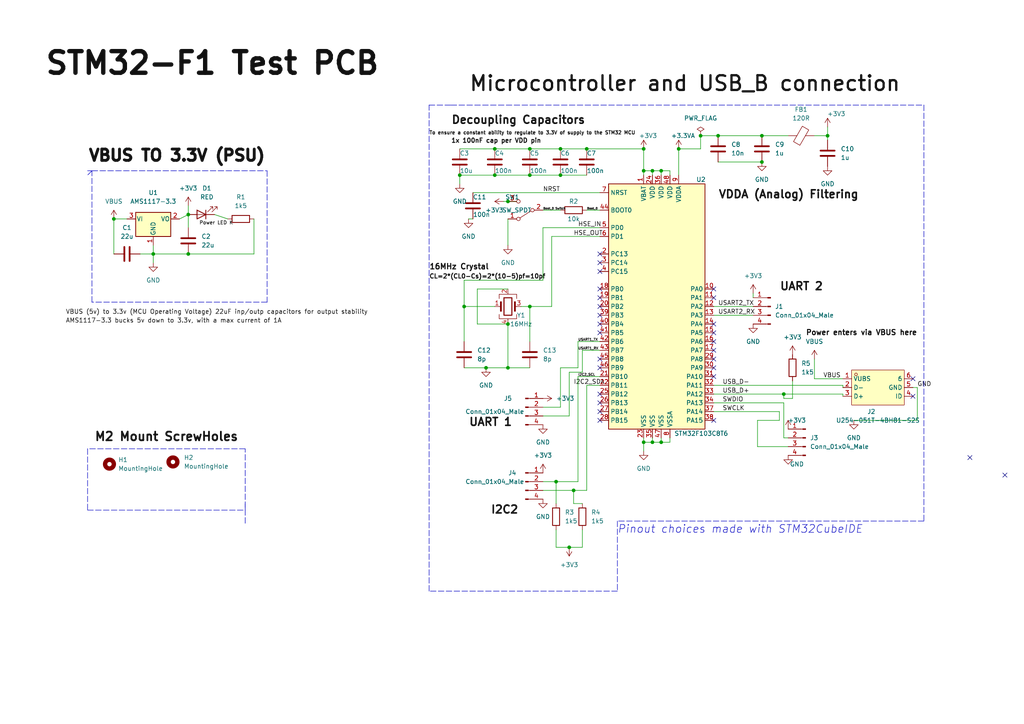
<source format=kicad_sch>
(kicad_sch (version 20211123) (generator eeschema)
  (paper "A4")
  (title_block (title "STM32-F1 Test PCB") (date "2024-03-26") (rev "0.1") (company "Evan D"))
  (lib_symbols
    (symbol "Connector:Conn_01x04_Male" (pin_names (offset 1.016) hide)
      (property "Reference" "J" (at 0 5.08 0))
      (property "Value" "Conn_01x04_Male" (at 0 -7.62 0))
      (symbol "Conn_01x04_Male_1_1"
        (polyline (pts (xy 1.27 -5.08) (xy 0.8636 -5.08)) (stroke (width 0.1524)))
        (polyline (pts (xy 1.27 -2.54) (xy 0.8636 -2.54)) (stroke (width 0.1524)))
        (polyline (pts (xy 1.27 0) (xy 0.8636 0)) (stroke (width 0.1524)))
        (polyline (pts (xy 1.27 2.54) (xy 0.8636 2.54)) (stroke (width 0.1524)))
        (rectangle (start 0.8636 -4.953) (end 0 -5.207) (stroke (width 0.1524)) (fill (type outline)))
        (rectangle (start 0.8636 -2.413) (end 0 -2.667) (stroke (width 0.1524)) (fill (type outline)))
        (rectangle (start 0.8636 0.127) (end 0 -0.127) (stroke (width 0.1524)) (fill (type outline)))
        (rectangle (start 0.8636 2.667) (end 0 2.413) (stroke (width 0.1524)) (fill (type outline)))
        (pin passive line (at 5.08 2.54 180) (length 3.81) (name "Pin_1") (number "1"))
        (pin passive line (at 5.08 0 180) (length 3.81) (name "Pin_2") (number "2"))
        (pin passive line (at 5.08 -2.54 180) (length 3.81) (name "Pin_3") (number "3"))
        (pin passive line (at 5.08 -5.08 180) (length 3.81) (name "Pin_4") (number "4"))
      )
    )
    (symbol "Device:C" (pin_numbers hide) (pin_names (offset 0.254))
      (property "Reference" "C" (at 0.635 2.54 0))
      (property "Value" "C" (at 0.635 -2.54 0))
      (symbol "C_0_1"
        (polyline (pts (xy -2.032 -0.762) (xy 2.032 -0.762)) (stroke (width 0.508)))
        (polyline (pts (xy -2.032 0.762) (xy 2.032 0.762)) (stroke (width 0.508)))
      )
      (symbol "C_1_1"
        (pin passive line (at 0 3.81 270) (length 2.794) (name "~") (number "1"))
        (pin passive line (at 0 -3.81 90) (length 2.794) (name "~") (number "2"))
      )
    )
    (symbol "Device:Crystal_GND24" (pin_names (offset 1.016) hide)
      (property "Reference" "Y" (at 3.175 5.08 0))
      (property "Value" "Crystal_GND24" (at 3.175 3.175 0))
      (symbol "Crystal_GND24_0_1"
        (rectangle (start -1.143 2.54) (end 1.143 -2.54) (stroke (width 0.3048)))
        (polyline (pts (xy -2.54 0) (xy -2.032 0)))
        (polyline (pts (xy -2.032 -1.27) (xy -2.032 1.27)) (stroke (width 0.508)))
        (polyline (pts (xy 0 -3.81) (xy 0 -3.556)))
        (polyline (pts (xy 0 3.556) (xy 0 3.81)))
        (polyline (pts (xy 2.032 -1.27) (xy 2.032 1.27)) (stroke (width 0.508)))
        (polyline (pts (xy 2.032 0) (xy 2.54 0)))
        (polyline (pts (xy -2.54 -2.286) (xy -2.54 -3.556) (xy 2.54 -3.556) (xy 2.54 -2.286)))
        (polyline (pts (xy -2.54 2.286) (xy -2.54 3.556) (xy 2.54 3.556) (xy 2.54 2.286)))
      )
      (symbol "Crystal_GND24_1_1"
        (pin passive line (at -3.81 0 0) (length 1.27) (name "1") (number "1"))
        (pin passive line (at 0 5.08 270) (length 1.27) (name "2") (number "2"))
        (pin passive line (at 3.81 0 180) (length 1.27) (name "3") (number "3"))
        (pin passive line (at 0 -5.08 90) (length 1.27) (name "4") (number "4"))
      )
    )
    (symbol "Device:FerriteBead" (pin_numbers hide) (pin_names (offset 0))
      (property "Reference" "FB" (at -3.81 0.635 90))
      (property "Value" "FerriteBead" (at 3.81 0 90))
      (symbol "FerriteBead_0_1"
        (polyline (pts (xy 0 -1.27) (xy 0 -1.2192)))
        (polyline (pts (xy 0 1.27) (xy 0 1.2954)))
        (polyline (pts (xy -2.7686 0.4064) (xy -1.7018 2.2606) (xy 2.7686 -0.3048) (xy 1.6764 -2.159) (xy -2.7686 0.4064)))
      )
      (symbol "FerriteBead_1_1"
        (pin passive line (at 0 3.81 270) (length 2.54) (name "~") (number "1"))
        (pin passive line (at 0 -3.81 90) (length 2.54) (name "~") (number "2"))
      )
    )
    (symbol "Device:LED" (pin_numbers hide) (pin_names (offset 1.016) hide)
      (property "Reference" "D" (at 0 2.54 0))
      (property "Value" "LED" (at 0 -2.54 0))
      (symbol "LED_0_1"
        (polyline (pts (xy -1.27 -1.27) (xy -1.27 1.27)) (stroke (width 0.254)))
        (polyline (pts (xy -1.27 0) (xy 1.27 0)))
        (polyline (pts (xy 1.27 -1.27) (xy 1.27 1.27) (xy -1.27 0) (xy 1.27 -1.27)) (stroke (width 0.254)))
        (polyline (pts (xy -3.048 -0.762) (xy -4.572 -2.286) (xy -3.81 -2.286) (xy -4.572 -2.286) (xy -4.572 -1.524)))
        (polyline (pts (xy -1.778 -0.762) (xy -3.302 -2.286) (xy -2.54 -2.286) (xy -3.302 -2.286) (xy -3.302 -1.524)))
      )
      (symbol "LED_1_1"
        (pin passive line (at -3.81 0 0) (length 2.54) (name "K") (number "1"))
        (pin passive line (at 3.81 0 180) (length 2.54) (name "A") (number "2"))
      )
    )
    (symbol "Device:R" (pin_numbers hide) (pin_names (offset 0))
      (property "Reference" "R" (at 2.032 0 90))
      (property "Value" "R" (at 0 0 90))
      (symbol "R_0_1"
        (rectangle (start -1.016 -2.54) (end 1.016 2.54) (stroke (width 0.254)))
      )
      (symbol "R_1_1"
        (pin passive line (at 0 3.81 270) (length 1.27) (name "~") (number "1"))
        (pin passive line (at 0 -3.81 90) (length 1.27) (name "~") (number "2"))
      )
    )
    (symbol "MCU_ST_STM32F1:STM32F103C8Tx"
      (property "Reference" "U" (at -15.24 36.83 0))
      (property "Value" "STM32F103C8Tx" (at 7.62 36.83 0))
      (symbol "STM32F103C8Tx_0_1"
        (rectangle (start -15.24 -35.56) (end 12.7 35.56) (stroke (width 0.254)) (fill (type background)))
      )
      (symbol "STM32F103C8Tx_1_1"
        (pin power_in line (at -5.08 38.1 270) (length 2.54) (name "VBAT") (number "1"))
        (pin bidirectional line (at 15.24 5.08 180) (length 2.54) (name "PA0") (number "10"))
        (pin bidirectional line (at 15.24 2.54 180) (length 2.54) (name "PA1") (number "11"))
        (pin bidirectional line (at 15.24 0 180) (length 2.54) (name "PA2") (number "12"))
        (pin bidirectional line (at 15.24 -2.54 180) (length 2.54) (name "PA3") (number "13"))
        (pin bidirectional line (at 15.24 -5.08 180) (length 2.54) (name "PA4") (number "14"))
        (pin bidirectional line (at 15.24 -7.62 180) (length 2.54) (name "PA5") (number "15"))
        (pin bidirectional line (at 15.24 -10.16 180) (length 2.54) (name "PA6") (number "16"))
        (pin bidirectional line (at 15.24 -12.7 180) (length 2.54) (name "PA7") (number "17"))
        (pin bidirectional line (at -17.78 5.08 0) (length 2.54) (name "PB0") (number "18"))
        (pin bidirectional line (at -17.78 2.54 0) (length 2.54) (name "PB1") (number "19"))
        (pin bidirectional line (at -17.78 15.24 0) (length 2.54) (name "PC13") (number "2"))
        (pin bidirectional line (at -17.78 0 0) (length 2.54) (name "PB2") (number "20"))
        (pin bidirectional line (at -17.78 -20.32 0) (length 2.54) (name "PB10") (number "21"))
        (pin bidirectional line (at -17.78 -22.86 0) (length 2.54) (name "PB11") (number "22"))
        (pin power_in line (at -5.08 -38.1 90) (length 2.54) (name "VSS") (number "23"))
        (pin power_in line (at -2.54 38.1 270) (length 2.54) (name "VDD") (number "24"))
        (pin bidirectional line (at -17.78 -25.4 0) (length 2.54) (name "PB12") (number "25"))
        (pin bidirectional line (at -17.78 -27.94 0) (length 2.54) (name "PB13") (number "26"))
        (pin bidirectional line (at -17.78 -30.48 0) (length 2.54) (name "PB14") (number "27"))
        (pin bidirectional line (at -17.78 -33.02 0) (length 2.54) (name "PB15") (number "28"))
        (pin bidirectional line (at 15.24 -15.24 180) (length 2.54) (name "PA8") (number "29"))
        (pin bidirectional line (at -17.78 12.7 0) (length 2.54) (name "PC14") (number "3"))
        (pin bidirectional line (at 15.24 -17.78 180) (length 2.54) (name "PA9") (number "30"))
        (pin bidirectional line (at 15.24 -20.32 180) (length 2.54) (name "PA10") (number "31"))
        (pin bidirectional line (at 15.24 -22.86 180) (length 2.54) (name "PA11") (number "32"))
        (pin bidirectional line (at 15.24 -25.4 180) (length 2.54) (name "PA12") (number "33"))
        (pin bidirectional line (at 15.24 -27.94 180) (length 2.54) (name "PA13") (number "34"))
        (pin power_in line (at -2.54 -38.1 90) (length 2.54) (name "VSS") (number "35"))
        (pin power_in line (at 0 38.1 270) (length 2.54) (name "VDD") (number "36"))
        (pin bidirectional line (at 15.24 -30.48 180) (length 2.54) (name "PA14") (number "37"))
        (pin bidirectional line (at 15.24 -33.02 180) (length 2.54) (name "PA15") (number "38"))
        (pin bidirectional line (at -17.78 -2.54 0) (length 2.54) (name "PB3") (number "39"))
        (pin bidirectional line (at -17.78 10.16 0) (length 2.54) (name "PC15") (number "4"))
        (pin bidirectional line (at -17.78 -5.08 0) (length 2.54) (name "PB4") (number "40"))
        (pin bidirectional line (at -17.78 -7.62 0) (length 2.54) (name "PB5") (number "41"))
        (pin bidirectional line (at -17.78 -10.16 0) (length 2.54) (name "PB6") (number "42"))
        (pin bidirectional line (at -17.78 -12.7 0) (length 2.54) (name "PB7") (number "43"))
        (pin input line (at -17.78 27.94 0) (length 2.54) (name "BOOT0") (number "44"))
        (pin bidirectional line (at -17.78 -15.24 0) (length 2.54) (name "PB8") (number "45"))
        (pin bidirectional line (at -17.78 -17.78 0) (length 2.54) (name "PB9") (number "46"))
        (pin power_in line (at 0 -38.1 90) (length 2.54) (name "VSS") (number "47"))
        (pin power_in line (at 2.54 38.1 270) (length 2.54) (name "VDD") (number "48"))
        (pin input line (at -17.78 22.86 0) (length 2.54) (name "PD0") (number "5"))
        (pin input line (at -17.78 20.32 0) (length 2.54) (name "PD1") (number "6"))
        (pin input line (at -17.78 33.02 0) (length 2.54) (name "NRST") (number "7"))
        (pin power_in line (at 2.54 -38.1 90) (length 2.54) (name "VSSA") (number "8"))
        (pin power_in line (at 5.08 38.1 270) (length 2.54) (name "VDDA") (number "9"))
      )
    )
    (symbol "Mechanical:MountingHole" (pin_names (offset 1.016))
      (property "Reference" "H" (at 0 5.08 0))
      (property "Value" "MountingHole" (at 0 3.175 0))
      (symbol "MountingHole_0_1"
        (circle (center 0 0) (radius 1.27) (stroke (width 1.27)))
      )
    )
    (symbol "Regulator_Linear:AMS1117-3.3" (pin_names (offset 0.254))
      (property "Reference" "U" (at -3.81 3.175 0))
      (property "Value" "AMS1117-3.3" (at 0 3.175 0))
      (symbol "AMS1117-3.3_0_1"
        (rectangle (start -5.08 -5.08) (end 5.08 1.905) (stroke (width 0.254)) (fill (type background)))
      )
      (symbol "AMS1117-3.3_1_1"
        (pin power_in line (at 0 -7.62 90) (length 2.54) (name "GND") (number "1"))
        (pin power_out line (at 7.62 0 180) (length 2.54) (name "VO") (number "2"))
        (pin power_in line (at -7.62 0 0) (length 2.54) (name "VI") (number "3"))
      )
    )
    (symbol "Switch:SW_SPDT" (pin_names (offset 0) hide)
      (property "Reference" "SW" (at 0 4.318 0))
      (property "Value" "SW_SPDT" (at 0 -5.08 0))
      (symbol "SW_SPDT_0_0"
        (circle (center -2.032 0) (radius 0.508))
        (circle (center 2.032 -2.54) (radius 0.508))
      )
      (symbol "SW_SPDT_0_1"
        (polyline (pts (xy -1.524 0.254) (xy 1.651 2.286)))
        (circle (center 2.032 2.54) (radius 0.508))
      )
      (symbol "SW_SPDT_1_1"
        (pin passive line (at 5.08 2.54 180) (length 2.54) (name "A") (number "1"))
        (pin passive line (at -5.08 0 0) (length 2.54) (name "B") (number "2"))
        (pin passive line (at 5.08 -2.54 180) (length 2.54) (name "C") (number "3"))
      )
    )
    (symbol "easyeda2kicad:U254-051T-4BH81-S2S"
      (property "Reference" "USB" (at 0 7.62 0))
      (property "Value" "U254-051T-4BH81-S2S" (at 0 -7.62 0))
      (symbol "U254-051T-4BH81-S2S_0_1"
        (rectangle (start -7.62 5.08) (end 7.62 -5.08) (fill (type background)))
        (circle (center -6.35 3.81) (radius 0.38))
        (pin unspecified line (at -10.16 2.54 0) (length 2.54) (name "VUBS") (number "1"))
        (pin unspecified line (at -10.16 0 0) (length 2.54) (name "D-") (number "2"))
        (pin unspecified line (at -10.16 -2.54 0) (length 2.54) (name "D+") (number "3"))
        (pin unspecified line (at 10.16 -2.54 180) (length 2.54) (name "ID") (number "4"))
        (pin unspecified line (at 10.16 0 180) (length 2.54) (name "GND") (number "5"))
        (pin unspecified line (at 10.16 2.54 180) (length 2.54) (name "6") (number "6"))
      )
    )
    (symbol "power:+3.3V" (power) (pin_names (offset 0))
      (property "Value" "+3.3V" (at 0 3.556 0))
      (symbol "+3.3V_0_1"
        (polyline (pts (xy -0.762 1.27) (xy 0 2.54)))
        (polyline (pts (xy 0 0) (xy 0 2.54)))
        (polyline (pts (xy 0 2.54) (xy 0.762 1.27)))
      )
      (symbol "+3.3V_1_1"
        (pin power_in line (at 0 0 90) (length 0) hide (name "+3V3") (number "1"))
      )
    )
    (symbol "power:+3.3VA" (power) (pin_names (offset 0))
      (property "Value" "+3.3VA" (at 0 3.556 0))
      (symbol "+3.3VA_0_1"
        (polyline (pts (xy -0.762 1.27) (xy 0 2.54)))
        (polyline (pts (xy 0 0) (xy 0 2.54)))
        (polyline (pts (xy 0 2.54) (xy 0.762 1.27)))
      )
      (symbol "+3.3VA_1_1"
        (pin power_in line (at 0 0 90) (length 0) hide (name "+3.3VA") (number "1"))
      )
    )
    (symbol "power:GND" (power) (pin_names (offset 0))
      (property "Value" "GND" (at 0 -3.81 0))
      (symbol "GND_0_1"
        (polyline (pts (xy 0 0) (xy 0 -1.27) (xy 1.27 -1.27) (xy 0 -2.54) (xy -1.27 -1.27) (xy 0 -1.27)))
      )
      (symbol "GND_1_1"
        (pin power_in line (at 0 0 270) (length 0) hide (name "GND") (number "1"))
      )
    )
    (symbol "power:PWR_FLAG" (power) (pin_numbers hide) (pin_names (offset 0) hide)
      (property "Value" "PWR_FLAG" (at 0 3.81 0))
      (symbol "PWR_FLAG_0_0"
        (pin power_out line (at 0 0 90) (length 0) (name "pwr") (number "1"))
      )
      (symbol "PWR_FLAG_0_1"
        (polyline (pts (xy 0 0) (xy 0 1.27) (xy -1.016 1.905) (xy 0 2.54) (xy 1.016 1.905) (xy 0 1.27)))
      )
    )
    (symbol "power:VBUS" (power) (pin_names (offset 0))
      (property "Value" "VBUS" (at 0 3.81 0))
      (symbol "VBUS_0_1"
        (polyline (pts (xy -0.762 1.27) (xy 0 2.54)))
        (polyline (pts (xy 0 0) (xy 0 2.54)))
        (polyline (pts (xy 0 2.54) (xy 0.762 1.27)))
      )
      (symbol "VBUS_1_1"
        (pin power_in line (at 0 0 90) (length 0) hide (name "VBUS") (number "1"))
      )
    )
  )
  (junction (at 240.03 39.37))
  (junction (at 143.51 43.18))
  (junction (at 54.61 73.66))
  (junction (at 166.37 142.24))
  (junction (at 186.69 43.18))
  (junction (at 147.32 93.98))
  (junction (at 134.62 88.9))
  (junction (at 189.23 49.53))
  (junction (at 162.56 43.18))
  (junction (at 162.56 50.8))
  (junction (at 54.61 62.23))
  (junction (at 147.32 106.68))
  (junction (at 227.33 114.3))
  (junction (at 133.35 50.8))
  (junction (at 147.32 58.42))
  (junction (at 220.98 46.99))
  (junction (at 170.18 43.18))
  (junction (at 203.2 39.37))
  (junction (at 44.45 73.66))
  (junction (at 196.85 43.18))
  (junction (at 153.67 43.18))
  (junction (at 191.77 128.27))
  (junction (at 208.28 39.37))
  (junction (at 143.51 50.8))
  (junction (at 186.69 49.53))
  (junction (at 161.29 139.7))
  (junction (at 220.98 39.37))
  (junction (at 191.77 49.53))
  (junction (at 189.23 128.27))
  (junction (at 140.97 106.68))
  (junction (at 153.67 50.8))
  (junction (at 165.1 158.75))
  (junction (at 33.02 63.5))
  (junction (at 186.69 128.27))
  (junction (at 153.67 88.9))
  (no_connect (at 173.99 73.66))
  (no_connect (at 173.99 78.74))
  (no_connect (at 173.99 86.36))
  (no_connect (at 173.99 76.2))
  (no_connect (at 173.99 88.9))
  (no_connect (at 173.99 83.82))
  (no_connect (at 173.99 106.68))
  (no_connect (at 173.99 96.52))
  (no_connect (at 173.99 91.44))
  (no_connect (at 173.99 93.98))
  (no_connect (at 173.99 104.14))
  (no_connect (at 281.305 132.715))
  (no_connect (at 291.465 137.795))
  (no_connect (at 173.99 119.38))
  (no_connect (at 173.99 116.84))
  (no_connect (at 173.99 114.3))
  (no_connect (at 173.99 121.92))
  (no_connect (at 264.795 114.935))
  (no_connect (at 264.795 109.855))
  (no_connect (at 207.01 104.14))
  (no_connect (at 207.01 99.06))
  (no_connect (at 207.01 109.22))
  (no_connect (at 207.01 106.68))
  (no_connect (at 207.01 96.52))
  (no_connect (at 207.01 93.98))
  (no_connect (at 207.01 83.82))
  (no_connect (at 207.01 86.36))
  (no_connect (at 207.01 121.92))
  (no_connect (at 207.01 101.6))
  (wire (pts (xy 189.23 128.27) (xy 191.77 128.27)))
  (wire (pts (xy 170.18 111.76) (xy 170.18 142.24)))
  (wire (pts (xy 73.66 63.5) (xy 73.66 73.66)))
  (wire (pts (xy 161.29 153.67) (xy 161.29 158.75)))
  (wire (pts (xy 161.29 139.7) (xy 161.29 146.05)))
  (wire (pts (xy 143.51 43.18) (xy 153.67 43.18)))
  (wire (pts (xy 157.48 139.7) (xy 161.29 139.7)))
  (wire (pts (xy 166.37 142.24) (xy 166.37 146.05)))
  (wire (pts (xy 173.99 68.58) (xy 160.02 68.58)))
  (wire (pts (xy 186.69 49.53) (xy 189.23 49.53)))
  (polyline (pts (xy 267.97 30.48) (xy 267.97 151.13)))
  (wire (pts (xy 203.2 43.18) (xy 203.2 39.37)))
  (wire (pts (xy 207.01 88.9) (xy 218.44 88.9)))
  (wire (pts (xy 153.67 50.8) (xy 162.56 50.8)))
  (polyline (pts (xy 77.47 49.53) (xy 77.47 87.63)))
  (wire (pts (xy 52.07 63.5) (xy 54.61 62.23)))
  (polyline (pts (xy 71.12 146.05) (xy 71.12 147.955)))
  (wire (pts (xy 194.31 49.53) (xy 194.31 50.8)))
  (wire (pts (xy 153.67 43.18) (xy 162.56 43.18)))
  (wire (pts (xy 54.61 62.23) (xy 54.61 66.04)))
  (wire (pts (xy 207.01 111.76) (xy 244.475 111.76)))
  (wire (pts (xy 244.475 114.3) (xy 244.475 114.935)))
  (polyline (pts (xy 179.07 171.45) (xy 124.46 171.45)))
  (wire (pts (xy 207.01 114.3) (xy 227.33 114.3)))
  (wire (pts (xy 189.23 49.53) (xy 189.23 50.8)))
  (wire (pts (xy 227.33 114.3) (xy 227.33 115.57)))
  (wire (pts (xy 219.71 121.92) (xy 219.71 129.54)))
  (wire (pts (xy 161.29 158.75) (xy 165.1 158.75)))
  (wire (pts (xy 203.2 39.37) (xy 208.28 39.37)))
  (wire (pts (xy 264.795 112.395) (xy 266.065 112.395)))
  (wire (pts (xy 207.01 119.38) (xy 226.06 119.38)))
  (wire (pts (xy 218.44 85.09) (xy 218.44 86.36)))
  (wire (pts (xy 143.51 50.8) (xy 153.67 50.8)))
  (wire (pts (xy 168.91 107.95) (xy 165.1 107.95)))
  (wire (pts (xy 229.87 110.49) (xy 229.87 115.57)))
  (wire (pts (xy 196.85 43.18) (xy 203.2 43.18)))
  (wire (pts (xy 162.56 50.8) (xy 170.18 50.8)))
  (wire (pts (xy 189.23 127) (xy 189.23 128.27)))
  (polyline (pts (xy 77.47 87.63) (xy 26.67 87.63)))
  (wire (pts (xy 173.99 66.04) (xy 157.48 66.04)))
  (wire (pts (xy 138.43 83.82) (xy 138.43 93.98)))
  (wire (pts (xy 191.77 49.53) (xy 191.77 50.8)))
  (wire (pts (xy 44.45 73.66) (xy 54.61 73.66)))
  (wire (pts (xy 165.1 120.65) (xy 157.48 120.65)))
  (wire (pts (xy 161.29 139.7) (xy 167.64 139.7)))
  (wire (pts (xy 62.23 62.23) (xy 66.04 63.5)))
  (wire (pts (xy 173.99 111.76) (xy 170.18 111.76)))
  (wire (pts (xy 134.62 106.68) (xy 140.97 106.68)))
  (wire (pts (xy 36.83 63.5) (xy 33.02 63.5)))
  (wire (pts (xy 266.065 112.395) (xy 266.065 121.92)))
  (wire (pts (xy 133.35 50.8) (xy 133.35 53.34)))
  (wire (pts (xy 167.64 99.06) (xy 167.64 106.68)))
  (wire (pts (xy 240.03 40.64) (xy 240.03 39.37)))
  (wire (pts (xy 189.23 49.53) (xy 191.77 49.53)))
  (polyline (pts (xy 124.46 171.45) (xy 124.46 30.48)))
  (wire (pts (xy 186.69 127) (xy 186.69 128.27)))
  (wire (pts (xy 207.01 116.84) (xy 227.33 116.84)))
  (polyline (pts (xy 26.67 49.53) (xy 77.47 49.53)))
  (wire (pts (xy 165.1 158.75) (xy 168.91 158.75)))
  (polyline (pts (xy 25.4 147.955) (xy 71.12 147.955)))
  (wire (pts (xy 44.45 73.66) (xy 44.45 76.2)))
  (wire (pts (xy 166.37 146.05) (xy 168.91 146.05)))
  (wire (pts (xy 220.98 39.37) (xy 228.6 39.37)))
  (wire (pts (xy 166.37 142.24) (xy 170.18 142.24)))
  (wire (pts (xy 191.77 127) (xy 191.77 128.27)))
  (wire (pts (xy 208.28 46.99) (xy 220.98 46.99)))
  (polyline (pts (xy 26.67 87.63) (xy 26.67 49.53)))
  (wire (pts (xy 226.06 119.38) (xy 226.06 121.92)))
  (wire (pts (xy 196.85 43.18) (xy 196.85 50.8)))
  (wire (pts (xy 208.28 39.37) (xy 220.98 39.37)))
  (wire (pts (xy 153.67 88.9) (xy 153.67 99.06)))
  (wire (pts (xy 266.065 121.92) (xy 247.65 121.92)))
  (wire (pts (xy 186.69 43.18) (xy 186.69 49.53)))
  (wire (pts (xy 170.18 43.18) (xy 186.69 43.18)))
  (wire (pts (xy 194.31 127) (xy 194.31 128.27)))
  (wire (pts (xy 186.69 128.27) (xy 186.69 130.81)))
  (wire (pts (xy 44.45 71.12) (xy 44.45 73.66)))
  (wire (pts (xy 147.32 63.5) (xy 147.32 71.12)))
  (wire (pts (xy 147.32 106.68) (xy 153.67 106.68)))
  (wire (pts (xy 162.56 43.18) (xy 170.18 43.18)))
  (wire (pts (xy 173.99 99.06) (xy 167.64 99.06)))
  (wire (pts (xy 149.86 58.42) (xy 147.32 58.42)))
  (wire (pts (xy 138.43 93.98) (xy 147.32 93.98)))
  (wire (pts (xy 54.61 59.69) (xy 54.61 62.23)))
  (polyline (pts (xy 25.4 130.175) (xy 25.4 147.955)))
  (wire (pts (xy 160.02 68.58) (xy 160.02 88.9)))
  (wire (pts (xy 137.16 55.88) (xy 173.99 55.88)))
  (wire (pts (xy 236.22 109.855) (xy 236.22 104.14)))
  (wire (pts (xy 157.48 66.04) (xy 157.48 81.28)))
  (wire (pts (xy 244.475 111.76) (xy 244.475 112.395)))
  (wire (pts (xy 168.91 158.75) (xy 168.91 153.67)))
  (wire (pts (xy 162.56 106.68) (xy 162.56 118.11)))
  (wire (pts (xy 151.13 88.9) (xy 153.67 88.9)))
  (wire (pts (xy 244.475 109.855) (xy 236.22 109.855)))
  (wire (pts (xy 191.77 49.53) (xy 194.31 49.53)))
  (polyline (pts (xy 71.12 130.175) (xy 25.4 130.175)))
  (wire (pts (xy 133.35 43.18) (xy 143.51 43.18)))
  (wire (pts (xy 157.48 60.96) (xy 162.56 60.96)))
  (wire (pts (xy 227.33 127) (xy 228.6 127)))
  (wire (pts (xy 40.64 73.66) (xy 44.45 73.66)))
  (wire (pts (xy 147.32 58.42) (xy 146.05 58.42)))
  (wire (pts (xy 137.16 63.5) (xy 135.89 63.5)))
  (wire (pts (xy 138.43 83.82) (xy 147.32 83.82)))
  (wire (pts (xy 227.33 114.3) (xy 244.475 114.3)))
  (wire (pts (xy 162.56 118.11) (xy 157.48 118.11)))
  (wire (pts (xy 147.32 93.98) (xy 147.32 106.68)))
  (wire (pts (xy 236.22 39.37) (xy 240.03 39.37)))
  (wire (pts (xy 167.64 106.68) (xy 162.56 106.68)))
  (wire (pts (xy 207.01 91.44) (xy 218.44 91.44)))
  (wire (pts (xy 167.64 109.22) (xy 167.64 139.7)))
  (wire (pts (xy 226.06 121.92) (xy 219.71 121.92)))
  (wire (pts (xy 134.62 81.28) (xy 157.48 81.28)))
  (wire (pts (xy 168.91 101.6) (xy 168.91 107.95)))
  (wire (pts (xy 170.18 60.96) (xy 173.99 60.96)))
  (wire (pts (xy 153.67 88.9) (xy 160.02 88.9)))
  (polyline (pts (xy 124.46 30.48) (xy 130.81 30.48)))
  (wire (pts (xy 186.69 49.53) (xy 186.69 50.8)))
  (wire (pts (xy 219.71 129.54) (xy 228.6 129.54)))
  (wire (pts (xy 227.33 116.84) (xy 227.33 127)))
  (wire (pts (xy 186.69 128.27) (xy 189.23 128.27)))
  (wire (pts (xy 133.35 50.8) (xy 143.51 50.8)))
  (wire (pts (xy 33.02 63.5) (xy 33.02 73.66)))
  (wire (pts (xy 134.62 88.9) (xy 134.62 99.06)))
  (wire (pts (xy 191.77 128.27) (xy 194.31 128.27)))
  (polyline (pts (xy 71.12 151.765) (xy 71.12 130.175)))
  (wire (pts (xy 173.99 101.6) (xy 168.91 101.6)))
  (polyline (pts (xy 26.67 49.53) (xy 25.4 50.8)))
  (wire (pts (xy 140.97 106.68) (xy 147.32 106.68)))
  (wire (pts (xy 165.1 107.95) (xy 165.1 120.65)))
  (wire (pts (xy 54.61 73.66) (xy 73.66 73.66)))
  (wire (pts (xy 134.62 88.9) (xy 143.51 88.9)))
  (wire (pts (xy 173.99 109.22) (xy 167.64 109.22)))
  (polyline (pts (xy 130.81 30.48) (xy 267.97 30.48)))
  (wire (pts (xy 157.48 142.24) (xy 166.37 142.24)))
  (polyline (pts (xy 179.07 151.13) (xy 179.07 171.45)))
  (wire (pts (xy 134.62 81.28) (xy 134.62 88.9)))
  (wire (pts (xy 240.03 36.83) (xy 240.03 39.37)))
  (polyline (pts (xy 26.67 49.53) (xy 25.4 49.53)))
  (polyline (pts (xy 267.97 151.13) (xy 179.07 151.13)))
  (wire (pts (xy 229.87 115.57) (xy 227.33 115.57)))
  (text "Pinout choices made with STM32CubeIDE\n" (at 179.07 154.94 0) (effects (font (size 2.27 2.27) italic) (justify left bottom)))
  (label "UART 2" (at 226.06 85.09 0) (effects (font (size 2.27 2.27) (thickness 0.454) bold)))
  (label "Power enters via VBUS here" (at 233.68 97.79 0) (effects (font (size 1.5 1.5) (thickness 0.3) bold)))
  (label "Decoupling Capacitors" (at 130.81 36.83 0) (effects (font (size 2.27 2.27) bold)))
  (label "1x 100nF cap per VDD pin" (at 130.81 41.91 0) (effects (font bold)))
  (label "USB_D+" (at 209.55 114.3 0))
  (label "Boot_0 Switch" (at 157.48 60.96 0) (effects (font (size 0.6 0.6))))
  (label "VDDA (Analog) Filtering " (at 208.28 58.42 0) (effects (font (size 2.27 2.27) bold)))
  (label "To ensure a constant ability to regulate to 3.3V of supply to the STM32 MCU" (at 124.46 39.37 0) (effects (font (size 1 1) bold)))
  (label "I2C2" (at 142.24 149.86 0) (effects (font (size 2.27 2.27) (thickness 0.454) bold)))
  (label "SWCLK" (at 209.55 119.38 0))
  (label "CL=2*(CL0-Cs)=2*(10-5)pf=10pf" (at 124.46 81.28 0) (effects (font bold)))
  (label "GND" (at 266.065 112.395 0))
  (label "VBUS TO 3.3V (PSU)" (at 25.4 48.26 0) (effects (font (size 3.27 3.27) (thickness 1.054) bold)))
  (label "USB_D-" (at 209.55 111.76 0))
  (label "HSE_IN" (at 167.64 66.04 0))
  (label "AMS1117-3.3 bucks 5v down to 3.3v, with a max current of 1A" (at 19.05 93.98 0))
  (label "VBUS" (at 238.76 109.855 0))
  (label "I2C2_SCL" (at 167.64 109.22 0) (effects (font (size 0.7 0.7))))
  (label "I2C2_SDA" (at 166.37 111.76 0))
  (label "USART2_TX" (at 208.28 88.9 0))
  (label "Boot_0" (at 170.18 60.96 0) (effects (font (size 0.6 0.6))))
  (label "VBUS (5v) to 3.3v (MCU Operating Voltage) 22uF inp{slash}outp capacitors for output stability" (at 19.05 91.44 0))
  (label "USART1_TX" (at 167.64 99.06 0) (effects (font (size 0.7 0.7))))
  (label "SWDIO" (at 209.55 116.84 0))
  (label "M2 Mount ScrewHoles" (at 27.305 128.905 0) (effects (font (size 2.5 2.5) (thickness 0.5) bold)))
  (label "16MHz Crystal" (at 124.46 78.74 0) (effects (font (size 1.57 1.57) bold)))
  (label "HSE_OUT" (at 166.37 68.58 0))
  (label "USART1_RX" (at 167.64 101.6 0) (effects (font (size 0.7 0.7))))
  (label "UART 1" (at 135.89 124.46 0) (effects (font (size 2.27 2.27) (thickness 0.454) bold)))
  (label "STM32-F1 Test PCB" (at 12.7 24.13 0) (effects (font (size 6.27 6.27) (thickness 1.254) bold)))
  (label "NRST" (at 157.48 55.88 0))
  (label "Power LED K" (at 57.785 65.405 0) (effects (font (size 1 1))))
  (label "Microcontroller and USB_B connection" (at 135.89 27.94 0) (effects (font (size 4.27 4.27) (thickness 0.654) bold)))
  (label "USART2_RX" (at 208.28 91.44 0))
  (symbol (lib_id "power:+3.3V") (at 229.87 102.87 0) (unit 1)
    (property "Reference" "#PWR0107" (effects hide))
    (property "Value" "+3.3V" (at 229.87 97.79 0))
  )
  (symbol (lib_id "Connector:Conn_01x04_Male") (at 152.4 118.11 0) (unit 1)
    (property "Reference" "J5" (at 147.32 115.57 0))
    (property "Value" "Conn_01x04_Male" (at 143.51 119.38 0))
    (property "Footprint" "Connector_PinHeader_2.54mm:PinHeader_1x04_P2.54mm_Vertical" (effects hide))
    (property "LCSC" "C2691448" (effects hide))
  )
  (symbol (lib_id "Device:C") (at 153.67 46.99 0) (unit 1)
    (property "Reference" "C5" (at 153.67 44.45 0) (effects (justify left)))
    (property "Value" "100n" (at 153.67 49.53 0) (effects (justify left)))
    (property "Footprint" "Capacitor_SMD:C_0402_1005Metric" (effects hide))
    (property "LCSC" "C2981728" (effects hide))
  )
  (symbol (lib_id "power:VBUS") (at 236.22 104.14 0) (unit 1)
    (property "Reference" "#PWR0106" (effects hide))
    (property "Value" "VBUS" (at 236.22 99.06 0))
  )
  (symbol (lib_id "Connector:Conn_01x04_Male") (at 233.68 127 0) (mirror y) (unit 1)
    (property "Reference" "J3" (at 234.95 126.9999 0) (effects (justify right)))
    (property "Value" "Conn_01x04_Male" (at 234.95 129.5399 0) (effects (justify right)))
    (property "Footprint" "Connector_PinHeader_2.54mm:PinHeader_1x04_P2.54mm_Vertical" (effects hide))
    (property "LCSC" "C2691448" (effects hide))
  )
  (symbol (lib_id "power:GND") (at 157.48 123.19 0) (unit 1)
    (property "Reference" "#PWR0122" (effects hide))
    (property "Value" "GND" (at 157.48 128.27 0))
  )
  (symbol (lib_id "Mechanical:MountingHole") (at 50.165 133.985 0) (unit 1)
    (property "Reference" "H2" (at 53.34 132.7149 0) (effects (justify left)))
    (property "Value" "MountingHole" (at 53.34 135.2549 0) (effects (justify left)))
    (property "Footprint" "MountingHole:MountingHole_2.2mm_M2" (effects hide))
  )
  (symbol (lib_id "power:GND") (at 157.48 144.78 0) (unit 1)
    (property "Reference" "#PWR0124" (effects hide))
    (property "Value" "GND" (at 157.48 149.86 0))
  )
  (symbol (lib_id "Device:R") (at 161.29 149.86 0) (unit 1)
    (property "Reference" "R3" (at 163.83 148.5899 0) (effects (justify left)))
    (property "Value" "1k5" (at 163.83 151.1299 0) (effects (justify left)))
    (property "Footprint" "Resistor_SMD:R_0402_1005Metric" (effects hide))
    (property "LCSC" "C319978" (effects hide))
  )
  (symbol (lib_id "power:+3.3V") (at 146.05 58.42 90) (unit 1)
    (property "Reference" "#PWR0120" (effects hide))
    (property "Value" "+3.3V" (at 146.05 60.96 90) (effects (justify left)))
  )
  (symbol (lib_id "Mechanical:MountingHole") (at 31.75 134.62 0) (unit 1)
    (property "Reference" "H1" (at 34.29 133.3499 0) (effects (justify left)))
    (property "Value" "MountingHole" (at 34.29 135.8899 0) (effects (justify left)))
    (property "Footprint" "MountingHole:MountingHole_2.2mm_M2" (effects hide))
  )
  (symbol (lib_id "Regulator_Linear:AMS1117-3.3") (at 44.45 63.5 0) (unit 1)
    (property "Reference" "U1" (at 44.45 55.88 0))
    (property "Value" "AMS1117-3.3" (at 44.45 58.42 0))
    (property "Footprint" "Package_TO_SOT_SMD:SOT-223-3_TabPin2" (effects hide))
    (property "Datasheet" "http://www.advanced-monolithic.com/pdf/ds1117.pdf" (effects hide))
    (property "LCSC" "C6186" (effects hide))
  )
  (symbol (lib_id "Device:R") (at 69.85 63.5 90) (unit 1)
    (property "Reference" "R1" (at 69.85 57.15 90))
    (property "Value" "1k5" (at 69.85 59.69 90))
    (property "Footprint" "Resistor_SMD:R_0402_1005Metric" (effects hide))
    (property "LCSC" "C319978" (effects hide))
  )
  (symbol (lib_id "power:+3.3V") (at 54.61 59.69 0) (unit 1)
    (property "Reference" "#PWR0119" (effects hide))
    (property "Value" "+3.3V" (at 54.61 54.61 0))
  )
  (symbol (lib_id "Device:FerriteBead") (at 232.41 39.37 90) (unit 1)
    (property "Reference" "FB1" (at 232.3592 31.75 90))
    (property "Value" "120R" (at 232.3592 34.29 90))
    (property "Footprint" "Inductor_SMD:L_0805_2012Metric" (effects hide))
    (property "LCSC" "C160964" (effects hide))
  )
  (symbol (lib_id "power:GND") (at 240.03 48.26 0) (unit 1)
    (property "Reference" "#PWR0102" (effects hide))
    (property "Value" "GND" (at 240.03 53.34 0))
  )
  (symbol (lib_id "power:PWR_FLAG") (at 203.2 39.37 0) (unit 1)
    (property "Reference" "#FLG0101" (effects hide))
    (property "Value" "PWR_FLAG" (at 203.2 34.29 0))
  )
  (symbol (lib_id "Device:C") (at 133.35 46.99 0) (unit 1)
    (property "Reference" "C3" (at 133.35 44.45 0) (effects (justify left)))
    (property "Value" "10u" (at 133.35 49.53 0) (effects (justify left)))
    (property "Footprint" "Capacitor_SMD:C_0603_1608Metric_Pad1.08x0.95mm_HandSolder" (effects hide))
    (property "LCSC" "C19702" (effects hide))
  )
  (symbol (lib_id "Device:R") (at 168.91 149.86 0) (unit 1)
    (property "Reference" "R4" (at 171.45 148.5899 0) (effects (justify left)))
    (property "Value" "1k5" (at 171.45 151.1299 0) (effects (justify left)))
    (property "Footprint" "Resistor_SMD:R_0402_1005Metric" (effects hide))
    (property "LCSC" "C319978" (effects hide))
  )
  (symbol (lib_id "Switch:SW_SPDT") (at 152.4 60.96 180) (unit 1)
    (property "Reference" "SW1" (at 148.59 57.15 0))
    (property "Value" "SW_SPDT" (at 149.86 60.96 0))
    (property "Footprint" "Button_Switch_SMD:SW_SPDT_PCM12" (effects hide))
    (property "LCSC" "C5149818" (effects hide))
  )
  (symbol (lib_id "Device:C") (at 134.62 102.87 0) (unit 1)
    (property "Reference" "C12" (at 138.43 101.5999 0) (effects (justify left)))
    (property "Value" "8p" (at 138.43 104.1399 0) (effects (justify left)))
    (property "Footprint" "Capacitor_SMD:C_0402_1005Metric" (effects hide))
    (property "LCSC" "C342939" (effects hide))
  )
  (symbol (lib_id "Device:LED") (at 58.42 62.23 180) (unit 1)
    (property "Reference" "D1" (at 60.0075 54.61 0))
    (property "Value" "RED" (at 60.0075 57.15 0))
    (property "Footprint" "LED_SMD:LED_0603_1608Metric" (effects hide))
    (property "LCSC" "C2286" (effects hide))
  )
  (symbol (lib_id "power:GND") (at 147.32 71.12 0) (unit 1)
    (property "Reference" "#PWR0101" (effects hide))
    (property "Value" "GND" (at 147.32 76.2 0))
  )
  (symbol (lib_id "power:GND") (at 44.45 76.2 0) (unit 1)
    (property "Reference" "#PWR0118" (effects hide))
    (property "Value" "GND" (at 44.45 81.28 0))
  )
  (symbol (lib_id "MCU_ST_STM32F1:STM32F103C8Tx") (at 191.77 88.9 0) (unit 1)
    (property "Reference" "U2" (at 201.93 52.07 0) (effects (justify left)))
    (property "Value" "STM32F103C8T6" (at 195.58 125.73 0) (effects (justify left)))
    (property "Footprint" "Package_QFP:LQFP-48_7x7mm_P0.5mm" (effects hide))
    (property "Datasheet" "http://www.st.com/st-web-ui/static/active/en/resource/technical/document/datasheet/CD00161566.pdf" (effects hide))
    (property "LCSC" "C8734" (effects hide))
  )
  (symbol (lib_id "power:GND") (at 140.97 106.68 0) (unit 1)
    (property "Reference" "#PWR0115" (effects hide))
    (property "Value" "GND" (at 140.97 111.76 0))
  )
  (symbol (lib_id "Device:C") (at 143.51 46.99 0) (unit 1)
    (property "Reference" "C4" (at 143.51 44.45 0) (effects (justify left)))
    (property "Value" "100n" (at 143.51 49.53 0) (effects (justify left)))
    (property "Footprint" "Capacitor_SMD:C_0402_1005Metric" (effects hide))
    (property "LCSC" "C2981728" (effects hide))
  )
  (symbol (lib_id "power:+3.3V") (at 157.48 137.16 0) (unit 1)
    (property "Reference" "#PWR0123" (effects hide))
    (property "Value" "+3.3V" (at 157.48 132.08 0))
  )
  (symbol (lib_id "Device:C") (at 208.28 43.18 0) (unit 1)
    (property "Reference" "C8" (at 212.09 41.9099 0) (effects (justify left)))
    (property "Value" "10n" (at 212.09 44.4499 0) (effects (justify left)))
    (property "Footprint" "Capacitor_SMD:C_0402_1005Metric" (effects hide))
    (property "LCSC" "C15195" (effects hide))
  )
  (symbol (lib_id "Device:C") (at 54.61 69.85 0) (unit 1)
    (property "Reference" "C2" (at 58.42 68.5799 0) (effects (justify left)))
    (property "Value" "22u" (at 58.42 71.1199 0) (effects (justify left)))
    (property "Footprint" "Capacitor_SMD:C_0805_2012Metric" (effects hide))
    (property "LCSC" "C45783" (effects hide))
  )
  (symbol (lib_id "power:GND") (at 133.35 53.34 0) (unit 1)
    (property "Reference" "#PWR0121" (effects hide))
    (property "Value" "GND" (at 133.35 58.42 0))
  )
  (symbol (lib_id "power:GND") (at 220.98 46.99 0) (unit 1)
    (property "Reference" "#PWR0103" (effects hide))
    (property "Value" "GND" (at 220.98 52.07 0))
  )
  (symbol (lib_id "Device:C") (at 153.67 102.87 0) (unit 1)
    (property "Reference" "C13" (at 157.48 101.5999 0) (effects (justify left)))
    (property "Value" "8p" (at 157.48 104.1399 0) (effects (justify left)))
    (property "Footprint" "Capacitor_SMD:C_0402_1005Metric" (effects hide))
    (property "LCSC" "C342939" (effects hide))
  )
  (symbol (lib_id "Device:C") (at 36.83 73.66 90) (unit 1)
    (property "Reference" "C1" (at 36.83 66.04 90))
    (property "Value" "22u" (at 36.83 68.58 90))
    (property "Footprint" "Capacitor_SMD:C_0805_2012Metric" (effects hide))
    (property "LCSC" "C45783" (effects hide))
  )
  (symbol (lib_id "power:VBUS") (at 33.02 63.5 0) (unit 1)
    (property "Reference" "#PWR0117" (effects hide))
    (property "Value" "VBUS" (at 33.02 58.42 0))
  )
  (symbol (lib_id "power:+3.3V") (at 186.69 43.18 0) (unit 1)
    (property "Reference" "#PWR0114" (effects hide))
    (property "Value" "+3.3V" (at 187.96 39.37 0))
  )
  (symbol (lib_id "Connector:Conn_01x04_Male") (at 152.4 139.7 0) (unit 1)
    (property "Reference" "J4" (at 148.59 137.16 0))
    (property "Value" "Conn_01x04_Male " (at 143.51 139.7 0))
    (property "Footprint" "Connector_PinHeader_2.54mm:PinHeader_1x04_P2.54mm_Vertical" (effects hide))
    (property "LCSC" "C2691448" (effects hide))
  )
  (symbol (lib_id "easyeda2kicad:U254-051T-4BH81-S2S") (at 254.635 112.395 0) (unit 1)
    (property "Reference" "J2" (at 252.73 119.38 0))
    (property "Value" "U254-051T-4BH81-S2S" (at 254.635 121.92 0))
    (property "Footprint" "easyeda2kicad:MICRO-USB-SMD_5P-P0.65-H-F_U254-051T-4BH81-S2S" (effects hide))
    (property "Datasheet" "https://lcsc.com/product-detail/USB-Connectors_XKB-Enterprise-U254-051T-4BH81-S2S_C381144.html" (effects hide))
    (property "LCSC Part" "C381144" (effects hide))
  )
  (symbol (lib_id "Device:C") (at 162.56 46.99 0) (unit 1)
    (property "Reference" "C6" (at 162.56 44.45 0) (effects (justify left)))
    (property "Value" "100n" (at 162.56 49.53 0) (effects (justify left)))
    (property "Footprint" "Capacitor_SMD:C_0402_1005Metric" (effects hide))
    (property "LCSC" "C2981728" (effects hide))
  )
  (symbol (lib_id "Device:Crystal_GND24") (at 147.32 88.9 0) (unit 1)
    (property "Reference" "Y1" (at 151.13 91.44 0))
    (property "Value" "16MHz" (at 151.13 93.98 0))
    (property "Footprint" "Crystal:Crystal_SMD_3225-4Pin_3.2x2.5mm" (effects hide))
    (property "LCSC" "C129740" (effects hide))
  )
  (symbol (lib_id "power:GND") (at 228.6 132.08 0) (unit 1)
    (property "Reference" "#PWR0112" (effects hide))
    (property "Value" "GND" (at 231.14 134.62 0))
  )
  (symbol (lib_id "power:+3.3V") (at 240.03 36.83 0) (unit 1)
    (property "Reference" "#PWR0108" (effects hide))
    (property "Value" "+3.3V" (at 242.57 33.02 0))
  )
  (symbol (lib_id "power:GND") (at 218.44 93.98 0) (unit 1)
    (property "Reference" "#PWR0105" (effects hide))
    (property "Value" "GND" (at 218.44 99.06 0))
  )
  (symbol (lib_id "Device:R") (at 229.87 106.68 0) (unit 1)
    (property "Reference" "R5" (at 232.41 105.4099 0) (effects (justify left)))
    (property "Value" "1k5" (at 232.41 107.9499 0) (effects (justify left)))
    (property "Footprint" "Resistor_SMD:R_0402_1005Metric" (effects hide))
    (property "LCSC" "C319978" (effects hide))
  )
  (symbol (lib_id "Device:C") (at 220.98 43.18 0) (unit 1)
    (property "Reference" "C9" (at 224.79 41.9099 0) (effects (justify left)))
    (property "Value" "1u" (at 224.79 44.4499 0) (effects (justify left)))
    (property "Footprint" "Capacitor_SMD:C_0402_1005Metric" (effects hide))
    (property "LCSC" "C52923" (effects hide))
  )
  (symbol (lib_id "Device:R") (at 166.37 60.96 270) (mirror x) (unit 1)
    (property "Reference" "R2" (at 166.37 58.42 90))
    (property "Value" "10k " (at 166.37 63.5 90))
    (property "Footprint" "Resistor_SMD:R_0402_1005Metric" (effects hide))
    (property "LCSC" "C269701" (effects hide))
  )
  (symbol (lib_id "Device:C") (at 137.16 59.69 0) (unit 1)
    (property "Reference" "C11" (at 137.16 57.15 0) (effects (justify left)))
    (property "Value" "100n" (at 137.16 62.23 0) (effects (justify left)))
    (property "Footprint" "Capacitor_SMD:C_0402_1005Metric" (effects hide))
    (property "LCSC" "C2981728" (effects hide))
  )
  (symbol (lib_id "power:GND") (at 247.65 121.92 0) (unit 1)
    (property "Reference" "#PWR0109" (effects hide))
    (property "Value" "GND" (at 247.65 127 0))
  )
  (symbol (lib_id "power:GND") (at 186.69 130.81 0) (unit 1)
    (property "Reference" "#PWR0111" (effects hide))
    (property "Value" "GND" (at 186.69 135.89 0))
  )
  (symbol (lib_id "power:GND") (at 135.89 63.5 0) (unit 1)
    (property "Reference" "#PWR0126" (effects hide))
    (property "Value" "GND" (at 135.89 68.58 0))
  )
  (symbol (lib_id "Device:C") (at 240.03 44.45 0) (unit 1)
    (property "Reference" "C10" (at 243.84 43.1799 0) (effects (justify left)))
    (property "Value" "1u" (at 243.84 45.7199 0) (effects (justify left)))
    (property "Footprint" "Capacitor_SMD:C_0402_1005Metric" (effects hide))
    (property "LCSC" "C52923" (effects hide))
  )
  (symbol (lib_id "power:+3.3V") (at 218.44 85.09 0) (unit 1)
    (property "Reference" "#PWR0104" (effects hide))
    (property "Value" "+3.3V" (at 218.44 80.01 0))
  )
  (symbol (lib_id "power:+3.3V") (at 157.48 115.57 270) (unit 1)
    (property "Reference" "#PWR0116" (effects hide))
    (property "Value" "+3.3V" (at 161.29 115.5699 90) (effects (justify left)))
  )
  (symbol (lib_id "power:+3.3V") (at 228.6 124.46 0) (unit 1)
    (property "Reference" "#PWR0110" (effects hide))
    (property "Value" "+3.3V" (at 231.14 121.92 0))
  )
  (symbol (lib_id "power:+3.3V") (at 165.1 158.75 180) (unit 1)
    (property "Reference" "#PWR0125" (effects hide))
    (property "Value" "+3.3V" (at 165.1 163.83 0))
  )
  (symbol (lib_id "Device:C") (at 170.18 46.99 0) (unit 1)
    (property "Reference" "C7" (at 170.18 44.45 0) (effects (justify left)))
    (property "Value" "100n" (at 170.18 49.53 0) (effects (justify left)))
    (property "Footprint" "Capacitor_SMD:C_0402_1005Metric" (effects hide))
    (property "LCSC" "C2981728" (effects hide))
  )
  (symbol (lib_id "Connector:Conn_01x04_Male") (at 223.52 88.9 0) (mirror y) (unit 1)
    (property "Reference" "J1" (at 224.79 88.8999 0) (effects (justify right)))
    (property "Value" "Conn_01x04_Male" (at 224.79 91.4399 0) (effects (justify right)))
    (property "Footprint" "Connector_PinHeader_2.54mm:PinHeader_1x04_P2.54mm_Vertical" (effects hide))
    (property "LCSC" "C2691448" (effects hide))
  )
  (symbol (lib_id "power:+3.3VA") (at 196.85 43.18 0) (unit 1)
    (property "Reference" "#PWR0113" (effects hide))
    (property "Value" "+3.3VA" (at 198.12 39.37 0))
  )
)
</source>
